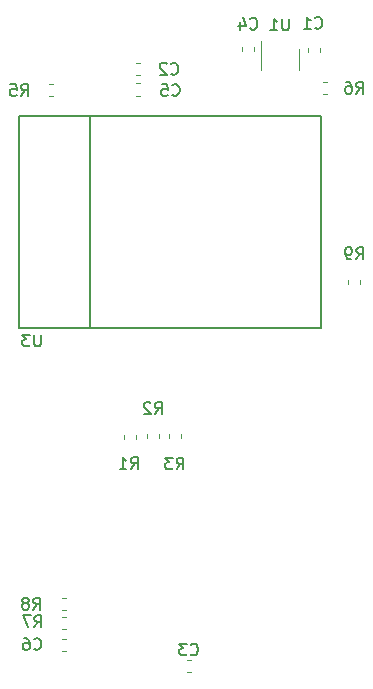
<source format=gbr>
G04 #@! TF.GenerationSoftware,KiCad,Pcbnew,5.1.2-f72e74a~84~ubuntu19.04.1*
G04 #@! TF.CreationDate,2019-07-17T18:56:17-05:00*
G04 #@! TF.ProjectId,led-controller,6c65642d-636f-46e7-9472-6f6c6c65722e,rev?*
G04 #@! TF.SameCoordinates,Original*
G04 #@! TF.FileFunction,Legend,Bot*
G04 #@! TF.FilePolarity,Positive*
%FSLAX46Y46*%
G04 Gerber Fmt 4.6, Leading zero omitted, Abs format (unit mm)*
G04 Created by KiCad (PCBNEW 5.1.2-f72e74a~84~ubuntu19.04.1) date 2019-07-17 18:56:17*
%MOMM*%
%LPD*%
G04 APERTURE LIST*
%ADD10C,0.120000*%
%ADD11C,0.150000*%
G04 APERTURE END LIST*
D10*
X135922393Y-108112420D02*
X136264927Y-108112420D01*
X135922393Y-109132420D02*
X136264927Y-109132420D01*
X144963420Y-91156607D02*
X144963420Y-90814073D01*
X145983420Y-91156607D02*
X145983420Y-90814073D01*
X152783660Y-59972420D02*
X152783660Y-57522420D01*
X156003660Y-58172420D02*
X156003660Y-59972420D01*
X157803660Y-58126153D02*
X157803660Y-58468687D01*
X156783660Y-58126153D02*
X156783660Y-58468687D01*
X142222393Y-59412420D02*
X142564927Y-59412420D01*
X142222393Y-60432420D02*
X142564927Y-60432420D01*
X146506113Y-109911420D02*
X146848647Y-109911420D01*
X146506113Y-110931420D02*
X146848647Y-110931420D01*
D11*
X157826620Y-63845440D02*
X138326620Y-63845440D01*
X157826620Y-81845440D02*
X157826620Y-63845440D01*
X138326620Y-81845440D02*
X157826620Y-81845440D01*
X138326620Y-63845440D02*
X138326620Y-81845440D01*
X132326620Y-63845440D02*
X138326620Y-63845440D01*
X132326620Y-81845440D02*
X132326620Y-63845440D01*
X138326620Y-81845440D02*
X132326620Y-81845440D01*
D10*
X161190400Y-77755933D02*
X161190400Y-78098467D01*
X160170400Y-77755933D02*
X160170400Y-78098467D01*
X135900313Y-104656160D02*
X136242847Y-104656160D01*
X135900313Y-105676160D02*
X136242847Y-105676160D01*
X135940953Y-106302080D02*
X136283487Y-106302080D01*
X135940953Y-107322080D02*
X136283487Y-107322080D01*
X158339927Y-62032420D02*
X157997393Y-62032420D01*
X158339927Y-61012420D02*
X157997393Y-61012420D01*
X134842433Y-61196760D02*
X135184967Y-61196760D01*
X134842433Y-62216760D02*
X135184967Y-62216760D01*
X143121920Y-91157907D02*
X143121920Y-90815373D01*
X144141920Y-91157907D02*
X144141920Y-90815373D01*
X142158180Y-90845793D02*
X142158180Y-91188327D01*
X141138180Y-90845793D02*
X141138180Y-91188327D01*
X142222393Y-61112420D02*
X142564927Y-61112420D01*
X142222393Y-62132420D02*
X142564927Y-62132420D01*
X151183660Y-58368687D02*
X151183660Y-58026153D01*
X152203660Y-58368687D02*
X152203660Y-58026153D01*
D11*
X133560326Y-108979562D02*
X133607945Y-109027181D01*
X133750802Y-109074800D01*
X133846040Y-109074800D01*
X133988898Y-109027181D01*
X134084136Y-108931943D01*
X134131755Y-108836705D01*
X134179374Y-108646229D01*
X134179374Y-108503372D01*
X134131755Y-108312896D01*
X134084136Y-108217658D01*
X133988898Y-108122420D01*
X133846040Y-108074800D01*
X133750802Y-108074800D01*
X133607945Y-108122420D01*
X133560326Y-108170039D01*
X132703183Y-108074800D02*
X132893660Y-108074800D01*
X132988898Y-108122420D01*
X133036517Y-108170039D01*
X133131755Y-108312896D01*
X133179374Y-108503372D01*
X133179374Y-108884324D01*
X133131755Y-108979562D01*
X133084136Y-109027181D01*
X132988898Y-109074800D01*
X132798421Y-109074800D01*
X132703183Y-109027181D01*
X132655564Y-108979562D01*
X132607945Y-108884324D01*
X132607945Y-108646229D01*
X132655564Y-108550991D01*
X132703183Y-108503372D01*
X132798421Y-108455753D01*
X132988898Y-108455753D01*
X133084136Y-108503372D01*
X133131755Y-108550991D01*
X133179374Y-108646229D01*
X145624846Y-93787220D02*
X145958180Y-93311030D01*
X146196275Y-93787220D02*
X146196275Y-92787220D01*
X145815322Y-92787220D01*
X145720084Y-92834840D01*
X145672465Y-92882459D01*
X145624846Y-92977697D01*
X145624846Y-93120554D01*
X145672465Y-93215792D01*
X145720084Y-93263411D01*
X145815322Y-93311030D01*
X146196275Y-93311030D01*
X145291513Y-92787220D02*
X144672465Y-92787220D01*
X145005799Y-93168173D01*
X144862941Y-93168173D01*
X144767703Y-93215792D01*
X144720084Y-93263411D01*
X144672465Y-93358649D01*
X144672465Y-93596744D01*
X144720084Y-93691982D01*
X144767703Y-93739601D01*
X144862941Y-93787220D01*
X145148656Y-93787220D01*
X145243894Y-93739601D01*
X145291513Y-93691982D01*
X155135244Y-55616500D02*
X155135244Y-56426024D01*
X155087625Y-56521262D01*
X155040006Y-56568881D01*
X154944768Y-56616500D01*
X154754292Y-56616500D01*
X154659054Y-56568881D01*
X154611435Y-56521262D01*
X154563816Y-56426024D01*
X154563816Y-55616500D01*
X153563816Y-56616500D02*
X154135244Y-56616500D01*
X153849530Y-56616500D02*
X153849530Y-55616500D01*
X153944768Y-55759358D01*
X154040006Y-55854596D01*
X154135244Y-55902215D01*
X157360326Y-56379562D02*
X157407945Y-56427181D01*
X157550802Y-56474800D01*
X157646040Y-56474800D01*
X157788898Y-56427181D01*
X157884136Y-56331943D01*
X157931755Y-56236705D01*
X157979374Y-56046229D01*
X157979374Y-55903372D01*
X157931755Y-55712896D01*
X157884136Y-55617658D01*
X157788898Y-55522420D01*
X157646040Y-55474800D01*
X157550802Y-55474800D01*
X157407945Y-55522420D01*
X157360326Y-55570039D01*
X156407945Y-56474800D02*
X156979374Y-56474800D01*
X156693660Y-56474800D02*
X156693660Y-55474800D01*
X156788898Y-55617658D01*
X156884136Y-55712896D01*
X156979374Y-55760515D01*
X145160326Y-60279562D02*
X145207945Y-60327181D01*
X145350802Y-60374800D01*
X145446040Y-60374800D01*
X145588898Y-60327181D01*
X145684136Y-60231943D01*
X145731755Y-60136705D01*
X145779374Y-59946229D01*
X145779374Y-59803372D01*
X145731755Y-59612896D01*
X145684136Y-59517658D01*
X145588898Y-59422420D01*
X145446040Y-59374800D01*
X145350802Y-59374800D01*
X145207945Y-59422420D01*
X145160326Y-59470039D01*
X144779374Y-59470039D02*
X144731755Y-59422420D01*
X144636517Y-59374800D01*
X144398421Y-59374800D01*
X144303183Y-59422420D01*
X144255564Y-59470039D01*
X144207945Y-59565277D01*
X144207945Y-59660515D01*
X144255564Y-59803372D01*
X144826993Y-60374800D01*
X144207945Y-60374800D01*
X146823726Y-109445062D02*
X146871345Y-109492681D01*
X147014202Y-109540300D01*
X147109440Y-109540300D01*
X147252298Y-109492681D01*
X147347536Y-109397443D01*
X147395155Y-109302205D01*
X147442774Y-109111729D01*
X147442774Y-108968872D01*
X147395155Y-108778396D01*
X147347536Y-108683158D01*
X147252298Y-108587920D01*
X147109440Y-108540300D01*
X147014202Y-108540300D01*
X146871345Y-108587920D01*
X146823726Y-108635539D01*
X146490393Y-108540300D02*
X145871345Y-108540300D01*
X146204679Y-108921253D01*
X146061821Y-108921253D01*
X145966583Y-108968872D01*
X145918964Y-109016491D01*
X145871345Y-109111729D01*
X145871345Y-109349824D01*
X145918964Y-109445062D01*
X145966583Y-109492681D01*
X146061821Y-109540300D01*
X146347536Y-109540300D01*
X146442774Y-109492681D01*
X146490393Y-109445062D01*
X134155564Y-82374800D02*
X134155564Y-83184324D01*
X134107945Y-83279562D01*
X134060326Y-83327181D01*
X133965088Y-83374800D01*
X133774612Y-83374800D01*
X133679374Y-83327181D01*
X133631755Y-83279562D01*
X133584136Y-83184324D01*
X133584136Y-82374800D01*
X133203183Y-82374800D02*
X132584136Y-82374800D01*
X132917469Y-82755753D01*
X132774612Y-82755753D01*
X132679374Y-82803372D01*
X132631755Y-82850991D01*
X132584136Y-82946229D01*
X132584136Y-83184324D01*
X132631755Y-83279562D01*
X132679374Y-83327181D01*
X132774612Y-83374800D01*
X133060326Y-83374800D01*
X133155564Y-83327181D01*
X133203183Y-83279562D01*
X160857226Y-75991980D02*
X161190560Y-75515790D01*
X161428655Y-75991980D02*
X161428655Y-74991980D01*
X161047702Y-74991980D01*
X160952464Y-75039600D01*
X160904845Y-75087219D01*
X160857226Y-75182457D01*
X160857226Y-75325314D01*
X160904845Y-75420552D01*
X160952464Y-75468171D01*
X161047702Y-75515790D01*
X161428655Y-75515790D01*
X160381036Y-75991980D02*
X160190560Y-75991980D01*
X160095321Y-75944361D01*
X160047702Y-75896742D01*
X159952464Y-75753885D01*
X159904845Y-75563409D01*
X159904845Y-75182457D01*
X159952464Y-75087219D01*
X160000083Y-75039600D01*
X160095321Y-74991980D01*
X160285798Y-74991980D01*
X160381036Y-75039600D01*
X160428655Y-75087219D01*
X160476274Y-75182457D01*
X160476274Y-75420552D01*
X160428655Y-75515790D01*
X160381036Y-75563409D01*
X160285798Y-75611028D01*
X160095321Y-75611028D01*
X160000083Y-75563409D01*
X159952464Y-75515790D01*
X159904845Y-75420552D01*
X133516166Y-105662280D02*
X133849500Y-105186090D01*
X134087595Y-105662280D02*
X134087595Y-104662280D01*
X133706642Y-104662280D01*
X133611404Y-104709900D01*
X133563785Y-104757519D01*
X133516166Y-104852757D01*
X133516166Y-104995614D01*
X133563785Y-105090852D01*
X133611404Y-105138471D01*
X133706642Y-105186090D01*
X134087595Y-105186090D01*
X132944738Y-105090852D02*
X133039976Y-105043233D01*
X133087595Y-104995614D01*
X133135214Y-104900376D01*
X133135214Y-104852757D01*
X133087595Y-104757519D01*
X133039976Y-104709900D01*
X132944738Y-104662280D01*
X132754261Y-104662280D01*
X132659023Y-104709900D01*
X132611404Y-104757519D01*
X132563785Y-104852757D01*
X132563785Y-104900376D01*
X132611404Y-104995614D01*
X132659023Y-105043233D01*
X132754261Y-105090852D01*
X132944738Y-105090852D01*
X133039976Y-105138471D01*
X133087595Y-105186090D01*
X133135214Y-105281328D01*
X133135214Y-105471804D01*
X133087595Y-105567042D01*
X133039976Y-105614661D01*
X132944738Y-105662280D01*
X132754261Y-105662280D01*
X132659023Y-105614661D01*
X132611404Y-105567042D01*
X132563785Y-105471804D01*
X132563785Y-105281328D01*
X132611404Y-105186090D01*
X132659023Y-105138471D01*
X132754261Y-105090852D01*
X133597446Y-107154120D02*
X133930780Y-106677930D01*
X134168875Y-107154120D02*
X134168875Y-106154120D01*
X133787922Y-106154120D01*
X133692684Y-106201740D01*
X133645065Y-106249359D01*
X133597446Y-106344597D01*
X133597446Y-106487454D01*
X133645065Y-106582692D01*
X133692684Y-106630311D01*
X133787922Y-106677930D01*
X134168875Y-106677930D01*
X133264113Y-106154120D02*
X132597446Y-106154120D01*
X133026018Y-107154120D01*
X160860326Y-61974800D02*
X161193660Y-61498610D01*
X161431755Y-61974800D02*
X161431755Y-60974800D01*
X161050802Y-60974800D01*
X160955564Y-61022420D01*
X160907945Y-61070039D01*
X160860326Y-61165277D01*
X160860326Y-61308134D01*
X160907945Y-61403372D01*
X160955564Y-61450991D01*
X161050802Y-61498610D01*
X161431755Y-61498610D01*
X160003183Y-60974800D02*
X160193660Y-60974800D01*
X160288898Y-61022420D01*
X160336517Y-61070039D01*
X160431755Y-61212896D01*
X160479374Y-61403372D01*
X160479374Y-61784324D01*
X160431755Y-61879562D01*
X160384136Y-61927181D01*
X160288898Y-61974800D01*
X160098421Y-61974800D01*
X160003183Y-61927181D01*
X159955564Y-61879562D01*
X159907945Y-61784324D01*
X159907945Y-61546229D01*
X159955564Y-61450991D01*
X160003183Y-61403372D01*
X160098421Y-61355753D01*
X160288898Y-61355753D01*
X160384136Y-61403372D01*
X160431755Y-61450991D01*
X160479374Y-61546229D01*
X132460326Y-62174800D02*
X132793660Y-61698610D01*
X133031755Y-62174800D02*
X133031755Y-61174800D01*
X132650802Y-61174800D01*
X132555564Y-61222420D01*
X132507945Y-61270039D01*
X132460326Y-61365277D01*
X132460326Y-61508134D01*
X132507945Y-61603372D01*
X132555564Y-61650991D01*
X132650802Y-61698610D01*
X133031755Y-61698610D01*
X131555564Y-61174800D02*
X132031755Y-61174800D01*
X132079374Y-61650991D01*
X132031755Y-61603372D01*
X131936517Y-61555753D01*
X131698421Y-61555753D01*
X131603183Y-61603372D01*
X131555564Y-61650991D01*
X131507945Y-61746229D01*
X131507945Y-61984324D01*
X131555564Y-62079562D01*
X131603183Y-62127181D01*
X131698421Y-62174800D01*
X131936517Y-62174800D01*
X132031755Y-62127181D01*
X132079374Y-62079562D01*
X143793506Y-89092060D02*
X144126840Y-88615870D01*
X144364935Y-89092060D02*
X144364935Y-88092060D01*
X143983982Y-88092060D01*
X143888744Y-88139680D01*
X143841125Y-88187299D01*
X143793506Y-88282537D01*
X143793506Y-88425394D01*
X143841125Y-88520632D01*
X143888744Y-88568251D01*
X143983982Y-88615870D01*
X144364935Y-88615870D01*
X143412554Y-88187299D02*
X143364935Y-88139680D01*
X143269697Y-88092060D01*
X143031601Y-88092060D01*
X142936363Y-88139680D01*
X142888744Y-88187299D01*
X142841125Y-88282537D01*
X142841125Y-88377775D01*
X142888744Y-88520632D01*
X143460173Y-89092060D01*
X142841125Y-89092060D01*
X141751346Y-93756740D02*
X142084680Y-93280550D01*
X142322775Y-93756740D02*
X142322775Y-92756740D01*
X141941822Y-92756740D01*
X141846584Y-92804360D01*
X141798965Y-92851979D01*
X141751346Y-92947217D01*
X141751346Y-93090074D01*
X141798965Y-93185312D01*
X141846584Y-93232931D01*
X141941822Y-93280550D01*
X142322775Y-93280550D01*
X140798965Y-93756740D02*
X141370394Y-93756740D01*
X141084680Y-93756740D02*
X141084680Y-92756740D01*
X141179918Y-92899598D01*
X141275156Y-92994836D01*
X141370394Y-93042455D01*
X145260326Y-62079562D02*
X145307945Y-62127181D01*
X145450802Y-62174800D01*
X145546040Y-62174800D01*
X145688898Y-62127181D01*
X145784136Y-62031943D01*
X145831755Y-61936705D01*
X145879374Y-61746229D01*
X145879374Y-61603372D01*
X145831755Y-61412896D01*
X145784136Y-61317658D01*
X145688898Y-61222420D01*
X145546040Y-61174800D01*
X145450802Y-61174800D01*
X145307945Y-61222420D01*
X145260326Y-61270039D01*
X144355564Y-61174800D02*
X144831755Y-61174800D01*
X144879374Y-61650991D01*
X144831755Y-61603372D01*
X144736517Y-61555753D01*
X144498421Y-61555753D01*
X144403183Y-61603372D01*
X144355564Y-61650991D01*
X144307945Y-61746229D01*
X144307945Y-61984324D01*
X144355564Y-62079562D01*
X144403183Y-62127181D01*
X144498421Y-62174800D01*
X144736517Y-62174800D01*
X144831755Y-62127181D01*
X144879374Y-62079562D01*
X151860326Y-56454562D02*
X151907945Y-56502181D01*
X152050802Y-56549800D01*
X152146040Y-56549800D01*
X152288898Y-56502181D01*
X152384136Y-56406943D01*
X152431755Y-56311705D01*
X152479374Y-56121229D01*
X152479374Y-55978372D01*
X152431755Y-55787896D01*
X152384136Y-55692658D01*
X152288898Y-55597420D01*
X152146040Y-55549800D01*
X152050802Y-55549800D01*
X151907945Y-55597420D01*
X151860326Y-55645039D01*
X151003183Y-55883134D02*
X151003183Y-56549800D01*
X151241279Y-55502181D02*
X151479374Y-56216467D01*
X150860326Y-56216467D01*
M02*

</source>
